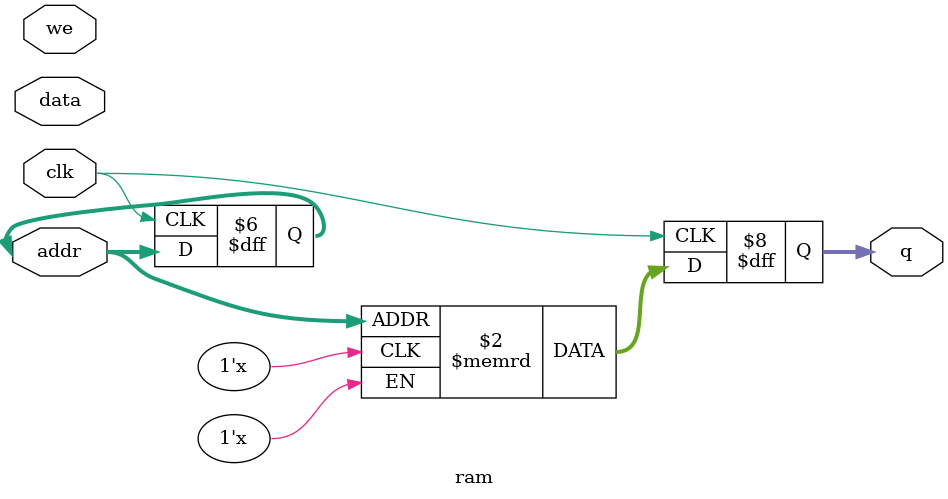
<source format=v>
module ram #(
    parameter ADDR_WIDTH=6,
    parameter DATA_WIDTH=8
) (
    input [DATA_WIDTH-1:0] data,
    input [ADDR_WIDTH-1:0] addr,
    input we, clk,
    output [7:0] q
);
reg [DATA_WIDTH-1:0] ram[2**ADDR_WIDTH-1:0];
// when we is high, write data to ram at address addr
// assign the ram value at address addr to q
always @(posedge clk) begin
we <= 1'b1;
data <= data;
addr <= addr;
q <= ram[addr];
// enable writing to ram
end
// disable writing to ram
always @(posedge clk) begin
we <= 1'b0;
end
// this is a two port RAM
endmodule

</source>
